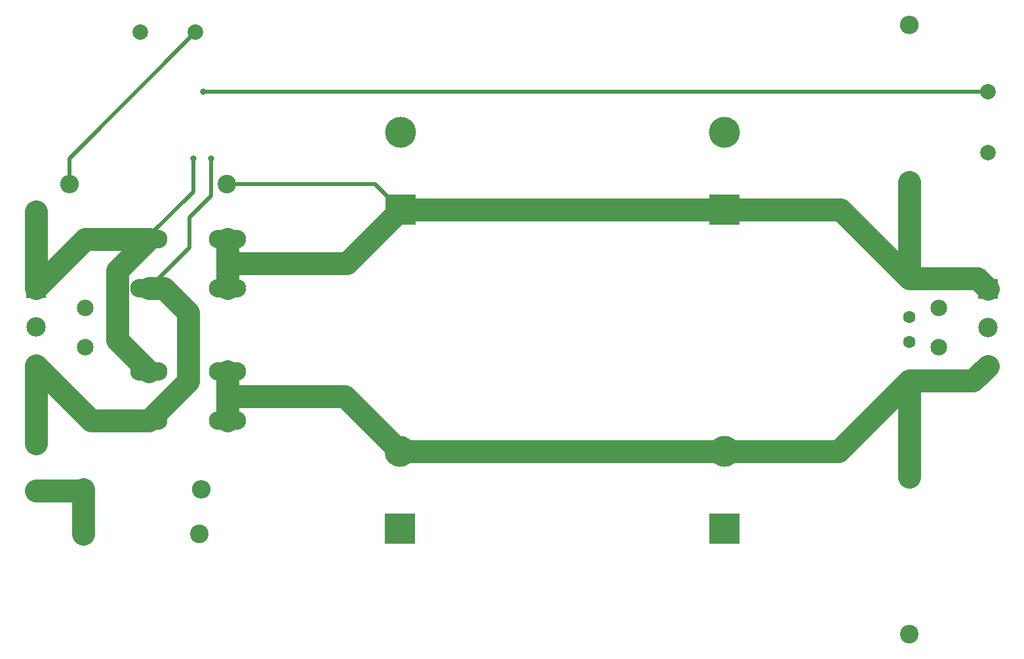
<source format=gbr>
G04 #@! TF.GenerationSoftware,KiCad,Pcbnew,(6.0.1-0)*
G04 #@! TF.CreationDate,2022-02-11T16:00:43+01:00*
G04 #@! TF.ProjectId,psu-mosfet-80w,7073752d-6d6f-4736-9665-742d3830772e,rev?*
G04 #@! TF.SameCoordinates,Original*
G04 #@! TF.FileFunction,Copper,L2,Bot*
G04 #@! TF.FilePolarity,Positive*
%FSLAX46Y46*%
G04 Gerber Fmt 4.6, Leading zero omitted, Abs format (unit mm)*
G04 Created by KiCad (PCBNEW (6.0.1-0)) date 2022-02-11 16:00:43*
%MOMM*%
%LPD*%
G01*
G04 APERTURE LIST*
G04 #@! TA.AperFunction,ComponentPad*
%ADD10C,2.400000*%
G04 #@! TD*
G04 #@! TA.AperFunction,ComponentPad*
%ADD11R,4.000000X4.000000*%
G04 #@! TD*
G04 #@! TA.AperFunction,ComponentPad*
%ADD12C,4.000000*%
G04 #@! TD*
G04 #@! TA.AperFunction,ComponentPad*
%ADD13O,4.800600X2.400300*%
G04 #@! TD*
G04 #@! TA.AperFunction,ComponentPad*
%ADD14R,2.500000X2.500000*%
G04 #@! TD*
G04 #@! TA.AperFunction,ComponentPad*
%ADD15C,2.500000*%
G04 #@! TD*
G04 #@! TA.AperFunction,ComponentPad*
%ADD16C,2.600000*%
G04 #@! TD*
G04 #@! TA.AperFunction,ComponentPad*
%ADD17O,2.400000X2.400000*%
G04 #@! TD*
G04 #@! TA.AperFunction,ComponentPad*
%ADD18C,1.600000*%
G04 #@! TD*
G04 #@! TA.AperFunction,ComponentPad*
%ADD19C,2.145000*%
G04 #@! TD*
G04 #@! TA.AperFunction,ComponentPad*
%ADD20C,2.000000*%
G04 #@! TD*
G04 #@! TA.AperFunction,ViaPad*
%ADD21C,0.800000*%
G04 #@! TD*
G04 #@! TA.AperFunction,Conductor*
%ADD22C,3.000000*%
G04 #@! TD*
G04 #@! TA.AperFunction,Conductor*
%ADD23C,0.500000*%
G04 #@! TD*
G04 APERTURE END LIST*
D10*
X59690000Y-115570000D03*
X74690000Y-115570000D03*
D11*
X100711000Y-73660000D03*
D12*
X100711000Y-63660000D03*
X100584000Y-104935000D03*
D11*
X100584000Y-114935000D03*
X142494000Y-73660000D03*
D12*
X142494000Y-63660000D03*
D11*
X142494000Y-114935000D03*
D12*
X142494000Y-104935000D03*
D13*
X68199000Y-94615000D03*
X78359000Y-94615000D03*
X68199000Y-100965000D03*
X78359000Y-100965000D03*
X78359000Y-77470000D03*
X68199000Y-77470000D03*
X78359000Y-83820000D03*
X68199000Y-83820000D03*
D14*
X53594000Y-83820000D03*
D15*
X53594000Y-88820000D03*
X53594000Y-93820000D03*
D16*
X53594000Y-109982000D03*
D10*
X59690000Y-109855000D03*
D17*
X74930000Y-109855000D03*
D18*
X166370000Y-82550000D03*
X166370000Y-87550000D03*
X166370000Y-90805000D03*
X166370000Y-95805000D03*
D14*
X176530000Y-83900000D03*
D15*
X176530000Y-88900000D03*
X176530000Y-93900000D03*
D19*
X166370000Y-99568000D03*
X166370000Y-104648000D03*
D20*
X176530000Y-66294000D03*
D19*
X53594000Y-78994000D03*
X53594000Y-73914000D03*
X166370000Y-78740000D03*
X166370000Y-73660000D03*
D20*
X176530000Y-58420000D03*
X67078000Y-50768000D03*
D10*
X78232000Y-70358000D03*
D17*
X57912000Y-70358000D03*
D20*
X74178000Y-50768000D03*
D19*
X170180000Y-91440000D03*
X170180000Y-86360000D03*
D10*
X166370000Y-70104000D03*
D17*
X166370000Y-49784000D03*
D10*
X166370000Y-128524000D03*
D17*
X166370000Y-108204000D03*
D19*
X53594000Y-103886000D03*
X53594000Y-98806000D03*
X59944000Y-91440000D03*
X59944000Y-86360000D03*
D21*
X75168000Y-58436000D03*
X76200000Y-67056000D03*
X73914000Y-67056000D03*
D22*
X166370000Y-104648000D02*
X166370000Y-108204000D01*
X166370000Y-99568000D02*
X166370000Y-104648000D01*
X166370000Y-95805000D02*
X166370000Y-99568000D01*
X166370000Y-73660000D02*
X166370000Y-70104000D01*
X166370000Y-78740000D02*
X166370000Y-73660000D01*
X166370000Y-82550000D02*
X166370000Y-78740000D01*
X166370000Y-95805000D02*
X174625000Y-95805000D01*
X174625000Y-95805000D02*
X176530000Y-93900000D01*
X166370000Y-82550000D02*
X175180000Y-82550000D01*
X175180000Y-82550000D02*
X176530000Y-83900000D01*
D23*
X176530000Y-58420000D02*
X75184000Y-58420000D01*
X75184000Y-58420000D02*
X75168000Y-58436000D01*
X73914000Y-67056000D02*
X73914000Y-71374000D01*
X73914000Y-71374000D02*
X68199000Y-77089000D01*
X68199000Y-77089000D02*
X68199000Y-77470000D01*
X76200000Y-67056000D02*
X76200000Y-71882000D01*
X76200000Y-71882000D02*
X73406000Y-74676000D01*
X73406000Y-74676000D02*
X73406000Y-78613000D01*
X73406000Y-78613000D02*
X68199000Y-83820000D01*
X57912000Y-70358000D02*
X57912000Y-67034000D01*
X57912000Y-67034000D02*
X74178000Y-50768000D01*
X78232000Y-70358000D02*
X97409000Y-70358000D01*
X97409000Y-70358000D02*
X100711000Y-73660000D01*
D22*
X59690000Y-109855000D02*
X59690000Y-115570000D01*
X53594000Y-109982000D02*
X59563000Y-109982000D01*
X59563000Y-109982000D02*
X59690000Y-109855000D01*
X68199000Y-77470000D02*
X59944000Y-77470000D01*
X59944000Y-77470000D02*
X53594000Y-83820000D01*
X68199000Y-100965000D02*
X60739000Y-100965000D01*
X60739000Y-100965000D02*
X53594000Y-93820000D01*
X53594000Y-98806000D02*
X53594000Y-103886000D01*
X53594000Y-93820000D02*
X53594000Y-98806000D01*
X53594000Y-78994000D02*
X53594000Y-73914000D01*
X53594000Y-83820000D02*
X53594000Y-78994000D01*
X64098690Y-90514690D02*
X68199000Y-94615000D01*
X64098690Y-81570310D02*
X64098690Y-90514690D01*
X68199000Y-77470000D02*
X64098690Y-81570310D01*
X68199000Y-100965000D02*
X73279000Y-95885000D01*
X70104000Y-83820000D02*
X68199000Y-83820000D01*
X73279000Y-86995000D02*
X70104000Y-83820000D01*
X73279000Y-95885000D02*
X73279000Y-86995000D01*
X78359000Y-80645000D02*
X78359000Y-77470000D01*
X157480000Y-73660000D02*
X166370000Y-82550000D01*
X100711000Y-73660000D02*
X142494000Y-73660000D01*
X78359000Y-83820000D02*
X78359000Y-80645000D01*
X93726000Y-80645000D02*
X100711000Y-73660000D01*
X78359000Y-80645000D02*
X93726000Y-80645000D01*
X142494000Y-73660000D02*
X157480000Y-73660000D01*
X157240000Y-104935000D02*
X166370000Y-95805000D01*
X142494000Y-104935000D02*
X100584000Y-104935000D01*
X78359000Y-97790000D02*
X93439000Y-97790000D01*
X142494000Y-104935000D02*
X157240000Y-104935000D01*
X93439000Y-97790000D02*
X100584000Y-104935000D01*
X78359000Y-100965000D02*
X78359000Y-97790000D01*
X78359000Y-97790000D02*
X78359000Y-94615000D01*
M02*

</source>
